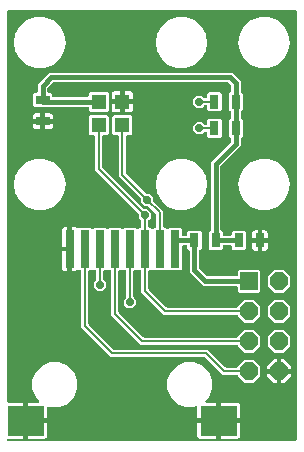
<source format=gbr>
G04 EAGLE Gerber RS-274X export*
G75*
%MOMM*%
%FSLAX34Y34*%
%LPD*%
%INTop Copper*%
%IPPOS*%
%AMOC8*
5,1,8,0,0,1.08239X$1,22.5*%
G01*
%ADD10R,1.200000X0.800000*%
%ADD11R,0.800000X1.200000*%
%ADD12R,0.800000X3.200000*%
%ADD13R,3.120000X2.540000*%
%ADD14R,1.524000X1.524000*%
%ADD15P,1.649562X8X292.500000*%
%ADD16R,1.300000X1.300000*%
%ADD17C,0.406400*%
%ADD18P,0.654629X8X22.500000*%
%ADD19C,0.203200*%

G36*
X246502Y2549D02*
X246502Y2549D01*
X246560Y2547D01*
X246642Y2569D01*
X246726Y2581D01*
X246779Y2604D01*
X246835Y2619D01*
X246908Y2662D01*
X246985Y2697D01*
X247030Y2735D01*
X247080Y2764D01*
X247138Y2826D01*
X247202Y2880D01*
X247234Y2929D01*
X247274Y2972D01*
X247313Y3047D01*
X247360Y3117D01*
X247377Y3173D01*
X247404Y3225D01*
X247415Y3293D01*
X247445Y3388D01*
X247448Y3488D01*
X247459Y3556D01*
X247459Y366444D01*
X247451Y366502D01*
X247453Y366560D01*
X247431Y366642D01*
X247419Y366726D01*
X247396Y366779D01*
X247381Y366835D01*
X247338Y366908D01*
X247303Y366985D01*
X247265Y367030D01*
X247236Y367080D01*
X247174Y367138D01*
X247120Y367202D01*
X247071Y367234D01*
X247028Y367274D01*
X246953Y367313D01*
X246883Y367360D01*
X246827Y367377D01*
X246775Y367404D01*
X246707Y367415D01*
X246612Y367445D01*
X246512Y367448D01*
X246444Y367459D01*
X3556Y367459D01*
X3498Y367451D01*
X3440Y367453D01*
X3358Y367431D01*
X3274Y367419D01*
X3221Y367396D01*
X3165Y367381D01*
X3092Y367338D01*
X3015Y367303D01*
X2970Y367265D01*
X2920Y367236D01*
X2862Y367174D01*
X2798Y367120D01*
X2766Y367071D01*
X2726Y367028D01*
X2687Y366953D01*
X2640Y366883D01*
X2623Y366827D01*
X2596Y366775D01*
X2585Y366707D01*
X2555Y366612D01*
X2552Y366512D01*
X2541Y366444D01*
X2541Y36256D01*
X2549Y36198D01*
X2547Y36140D01*
X2569Y36058D01*
X2581Y35974D01*
X2604Y35921D01*
X2619Y35865D01*
X2662Y35792D01*
X2697Y35715D01*
X2735Y35670D01*
X2764Y35620D01*
X2826Y35562D01*
X2880Y35498D01*
X2929Y35466D01*
X2972Y35426D01*
X3047Y35387D01*
X3117Y35340D01*
X3173Y35323D01*
X3225Y35296D01*
X3293Y35285D01*
X3388Y35255D01*
X3488Y35252D01*
X3556Y35241D01*
X16269Y35241D01*
X16269Y21016D01*
X16277Y20958D01*
X16275Y20900D01*
X16297Y20818D01*
X16309Y20735D01*
X16333Y20681D01*
X16347Y20625D01*
X16390Y20552D01*
X16425Y20475D01*
X16463Y20431D01*
X16493Y20380D01*
X16554Y20323D01*
X16609Y20258D01*
X16657Y20226D01*
X16700Y20186D01*
X16775Y20147D01*
X16845Y20101D01*
X16901Y20083D01*
X16953Y20056D01*
X17021Y20045D01*
X17116Y20015D01*
X17216Y20012D01*
X17284Y20001D01*
X18301Y20001D01*
X18301Y19999D01*
X17284Y19999D01*
X17226Y19991D01*
X17168Y19992D01*
X17086Y19971D01*
X17003Y19959D01*
X16949Y19935D01*
X16893Y19921D01*
X16820Y19878D01*
X16743Y19843D01*
X16698Y19805D01*
X16648Y19775D01*
X16590Y19714D01*
X16526Y19659D01*
X16494Y19611D01*
X16454Y19568D01*
X16415Y19493D01*
X16369Y19423D01*
X16351Y19367D01*
X16324Y19315D01*
X16313Y19247D01*
X16283Y19152D01*
X16280Y19052D01*
X16269Y18984D01*
X16269Y4759D01*
X3556Y4759D01*
X3498Y4751D01*
X3440Y4753D01*
X3358Y4731D01*
X3274Y4719D01*
X3221Y4696D01*
X3165Y4681D01*
X3092Y4638D01*
X3015Y4603D01*
X2970Y4565D01*
X2920Y4536D01*
X2862Y4474D01*
X2798Y4420D01*
X2766Y4371D01*
X2726Y4328D01*
X2687Y4253D01*
X2640Y4183D01*
X2623Y4127D01*
X2596Y4075D01*
X2585Y4007D01*
X2555Y3912D01*
X2552Y3812D01*
X2541Y3744D01*
X2541Y3556D01*
X2549Y3498D01*
X2547Y3440D01*
X2569Y3358D01*
X2581Y3274D01*
X2604Y3221D01*
X2619Y3165D01*
X2662Y3092D01*
X2697Y3015D01*
X2735Y2970D01*
X2764Y2920D01*
X2826Y2862D01*
X2880Y2798D01*
X2929Y2766D01*
X2972Y2726D01*
X3047Y2687D01*
X3117Y2640D01*
X3173Y2623D01*
X3225Y2596D01*
X3293Y2585D01*
X3388Y2555D01*
X3488Y2552D01*
X3556Y2541D01*
X246444Y2541D01*
X246502Y2549D01*
G37*
%LPC*%
G36*
X203302Y52247D02*
X203302Y52247D01*
X197639Y57909D01*
X197641Y57952D01*
X197619Y58034D01*
X197607Y58118D01*
X197584Y58171D01*
X197569Y58227D01*
X197526Y58300D01*
X197491Y58377D01*
X197453Y58422D01*
X197424Y58472D01*
X197362Y58530D01*
X197308Y58594D01*
X197259Y58626D01*
X197216Y58666D01*
X197141Y58705D01*
X197071Y58752D01*
X197015Y58769D01*
X196963Y58796D01*
X196895Y58807D01*
X196800Y58837D01*
X196700Y58840D01*
X196632Y58851D01*
X184837Y58851D01*
X170035Y73654D01*
X169965Y73706D01*
X169901Y73766D01*
X169851Y73792D01*
X169807Y73825D01*
X169726Y73856D01*
X169648Y73896D01*
X169600Y73904D01*
X169542Y73926D01*
X169394Y73938D01*
X169317Y73951D01*
X90054Y73951D01*
X87970Y76034D01*
X87970Y76035D01*
X67285Y96720D01*
X67284Y96721D01*
X65201Y98804D01*
X65201Y146152D01*
X65193Y146210D01*
X65195Y146268D01*
X65173Y146350D01*
X65161Y146434D01*
X65138Y146487D01*
X65123Y146543D01*
X65080Y146616D01*
X65045Y146693D01*
X65007Y146738D01*
X64978Y146788D01*
X64916Y146846D01*
X64862Y146910D01*
X64813Y146942D01*
X64770Y146982D01*
X64695Y147021D01*
X64625Y147068D01*
X64569Y147085D01*
X64517Y147112D01*
X64449Y147123D01*
X64354Y147153D01*
X64254Y147156D01*
X64186Y147167D01*
X63408Y147167D01*
X62977Y147598D01*
X62930Y147633D01*
X62890Y147676D01*
X62817Y147718D01*
X62750Y147769D01*
X62695Y147790D01*
X62645Y147820D01*
X62563Y147840D01*
X62484Y147870D01*
X62426Y147875D01*
X62369Y147890D01*
X62285Y147887D01*
X62201Y147894D01*
X62144Y147882D01*
X62085Y147881D01*
X62005Y147855D01*
X61922Y147838D01*
X61870Y147811D01*
X61815Y147793D01*
X61758Y147753D01*
X61670Y147707D01*
X61598Y147638D01*
X61541Y147598D01*
X61110Y147167D01*
X60531Y146832D01*
X59884Y146659D01*
X57549Y146659D01*
X57549Y164216D01*
X57541Y164274D01*
X57543Y164332D01*
X57521Y164414D01*
X57509Y164497D01*
X57486Y164551D01*
X57471Y164607D01*
X57428Y164680D01*
X57393Y164757D01*
X57355Y164801D01*
X57326Y164852D01*
X57264Y164909D01*
X57210Y164974D01*
X57161Y165006D01*
X57118Y165046D01*
X57043Y165085D01*
X56973Y165131D01*
X56917Y165149D01*
X56865Y165176D01*
X56797Y165187D01*
X56755Y165200D01*
X56816Y165209D01*
X56869Y165233D01*
X56925Y165247D01*
X56998Y165291D01*
X57075Y165325D01*
X57120Y165363D01*
X57170Y165393D01*
X57228Y165454D01*
X57292Y165509D01*
X57324Y165557D01*
X57364Y165600D01*
X57403Y165675D01*
X57450Y165745D01*
X57467Y165801D01*
X57494Y165853D01*
X57505Y165921D01*
X57535Y166016D01*
X57538Y166116D01*
X57549Y166184D01*
X57549Y183741D01*
X59884Y183741D01*
X60531Y183568D01*
X61110Y183233D01*
X61541Y182802D01*
X61588Y182767D01*
X61628Y182724D01*
X61701Y182682D01*
X61768Y182631D01*
X61823Y182610D01*
X61874Y182580D01*
X61955Y182560D01*
X62034Y182530D01*
X62093Y182525D01*
X62149Y182510D01*
X62233Y182513D01*
X62317Y182506D01*
X62375Y182518D01*
X62433Y182519D01*
X62514Y182545D01*
X62596Y182562D01*
X62648Y182589D01*
X62704Y182607D01*
X62760Y182647D01*
X62849Y182693D01*
X62921Y182762D01*
X62977Y182802D01*
X63408Y183233D01*
X73092Y183233D01*
X73882Y182443D01*
X73929Y182408D01*
X73969Y182365D01*
X74042Y182322D01*
X74109Y182272D01*
X74164Y182251D01*
X74214Y182221D01*
X74296Y182201D01*
X74375Y182170D01*
X74433Y182166D01*
X74490Y182151D01*
X74574Y182154D01*
X74658Y182147D01*
X74716Y182158D01*
X74774Y182160D01*
X74854Y182186D01*
X74937Y182203D01*
X74989Y182230D01*
X75045Y182248D01*
X75101Y182288D01*
X75189Y182334D01*
X75262Y182402D01*
X75318Y182443D01*
X76108Y183233D01*
X85792Y183233D01*
X86582Y182443D01*
X86629Y182408D01*
X86669Y182365D01*
X86742Y182322D01*
X86809Y182272D01*
X86864Y182251D01*
X86914Y182221D01*
X86996Y182201D01*
X87075Y182170D01*
X87133Y182166D01*
X87190Y182151D01*
X87274Y182154D01*
X87358Y182147D01*
X87416Y182158D01*
X87474Y182160D01*
X87554Y182186D01*
X87637Y182203D01*
X87689Y182230D01*
X87745Y182248D01*
X87801Y182288D01*
X87889Y182334D01*
X87962Y182402D01*
X88018Y182443D01*
X88808Y183233D01*
X98492Y183233D01*
X99282Y182443D01*
X99329Y182408D01*
X99369Y182365D01*
X99442Y182322D01*
X99509Y182272D01*
X99564Y182251D01*
X99614Y182221D01*
X99696Y182201D01*
X99775Y182170D01*
X99833Y182166D01*
X99890Y182151D01*
X99974Y182154D01*
X100058Y182147D01*
X100116Y182158D01*
X100174Y182160D01*
X100254Y182186D01*
X100337Y182203D01*
X100389Y182230D01*
X100445Y182248D01*
X100501Y182288D01*
X100589Y182334D01*
X100662Y182402D01*
X100718Y182443D01*
X101508Y183233D01*
X111192Y183233D01*
X111982Y182443D01*
X112029Y182408D01*
X112069Y182365D01*
X112142Y182322D01*
X112209Y182272D01*
X112264Y182251D01*
X112314Y182221D01*
X112396Y182201D01*
X112475Y182170D01*
X112533Y182166D01*
X112590Y182151D01*
X112674Y182154D01*
X112758Y182147D01*
X112816Y182158D01*
X112874Y182160D01*
X112954Y182186D01*
X113037Y182203D01*
X113089Y182230D01*
X113145Y182248D01*
X113201Y182288D01*
X113289Y182334D01*
X113362Y182402D01*
X113418Y182443D01*
X114208Y183233D01*
X114986Y183233D01*
X115044Y183241D01*
X115102Y183239D01*
X115184Y183261D01*
X115268Y183273D01*
X115321Y183296D01*
X115377Y183311D01*
X115450Y183354D01*
X115527Y183389D01*
X115572Y183427D01*
X115622Y183456D01*
X115680Y183518D01*
X115744Y183572D01*
X115776Y183621D01*
X115816Y183664D01*
X115855Y183739D01*
X115902Y183809D01*
X115919Y183865D01*
X115946Y183917D01*
X115957Y183985D01*
X115987Y184080D01*
X115990Y184180D01*
X116001Y184248D01*
X116001Y189427D01*
X115989Y189514D01*
X115986Y189601D01*
X115969Y189654D01*
X115961Y189708D01*
X115926Y189788D01*
X115899Y189871D01*
X115871Y189911D01*
X115845Y189968D01*
X115749Y190081D01*
X115704Y190145D01*
X113993Y191855D01*
X113993Y194275D01*
X113981Y194361D01*
X113978Y194449D01*
X113961Y194501D01*
X113953Y194556D01*
X113918Y194636D01*
X113891Y194719D01*
X113863Y194758D01*
X113837Y194816D01*
X113741Y194929D01*
X113696Y194993D01*
X76951Y231737D01*
X76951Y260452D01*
X76944Y260504D01*
X76945Y260531D01*
X76944Y260534D01*
X76945Y260568D01*
X76923Y260650D01*
X76911Y260734D01*
X76888Y260787D01*
X76873Y260843D01*
X76830Y260916D01*
X76795Y260993D01*
X76757Y261038D01*
X76728Y261088D01*
X76666Y261146D01*
X76612Y261210D01*
X76563Y261242D01*
X76520Y261282D01*
X76445Y261321D01*
X76375Y261368D01*
X76319Y261385D01*
X76267Y261412D01*
X76199Y261423D01*
X76104Y261453D01*
X76004Y261456D01*
X75936Y261467D01*
X72658Y261467D01*
X71467Y262658D01*
X71467Y277342D01*
X72658Y278533D01*
X87342Y278533D01*
X88533Y277342D01*
X88533Y262658D01*
X87342Y261467D01*
X84064Y261467D01*
X84006Y261459D01*
X83948Y261461D01*
X83866Y261439D01*
X83782Y261427D01*
X83729Y261404D01*
X83673Y261389D01*
X83600Y261346D01*
X83523Y261311D01*
X83478Y261273D01*
X83428Y261244D01*
X83370Y261182D01*
X83306Y261128D01*
X83274Y261079D01*
X83234Y261036D01*
X83195Y260961D01*
X83148Y260891D01*
X83131Y260835D01*
X83104Y260783D01*
X83093Y260715D01*
X83063Y260620D01*
X83060Y260520D01*
X83049Y260452D01*
X83049Y234683D01*
X83061Y234597D01*
X83064Y234509D01*
X83081Y234457D01*
X83089Y234402D01*
X83124Y234322D01*
X83151Y234239D01*
X83179Y234200D01*
X83205Y234142D01*
X83301Y234029D01*
X83346Y233965D01*
X118007Y199304D01*
X118077Y199252D01*
X118141Y199192D01*
X118191Y199166D01*
X118235Y199133D01*
X118316Y199102D01*
X118394Y199062D01*
X118442Y199054D01*
X118500Y199032D01*
X118648Y199020D01*
X118725Y199007D01*
X121145Y199007D01*
X124107Y196045D01*
X124107Y191855D01*
X122396Y190145D01*
X122344Y190075D01*
X122284Y190011D01*
X122258Y189962D01*
X122225Y189918D01*
X122194Y189836D01*
X122154Y189758D01*
X122146Y189710D01*
X122124Y189652D01*
X122112Y189504D01*
X122099Y189427D01*
X122099Y184248D01*
X122106Y184194D01*
X122105Y184154D01*
X122106Y184152D01*
X122105Y184132D01*
X122127Y184050D01*
X122139Y183966D01*
X122162Y183913D01*
X122177Y183857D01*
X122220Y183784D01*
X122255Y183707D01*
X122293Y183662D01*
X122322Y183612D01*
X122384Y183554D01*
X122438Y183490D01*
X122487Y183458D01*
X122530Y183418D01*
X122605Y183379D01*
X122675Y183332D01*
X122731Y183315D01*
X122783Y183288D01*
X122851Y183277D01*
X122946Y183247D01*
X123046Y183244D01*
X123114Y183233D01*
X123892Y183233D01*
X124682Y182443D01*
X124729Y182408D01*
X124769Y182365D01*
X124842Y182322D01*
X124909Y182272D01*
X124964Y182251D01*
X125014Y182221D01*
X125096Y182201D01*
X125175Y182170D01*
X125233Y182166D01*
X125290Y182151D01*
X125374Y182154D01*
X125458Y182147D01*
X125516Y182158D01*
X125574Y182160D01*
X125654Y182186D01*
X125737Y182203D01*
X125789Y182230D01*
X125845Y182248D01*
X125901Y182288D01*
X125989Y182334D01*
X126062Y182402D01*
X126118Y182443D01*
X126908Y183233D01*
X127686Y183233D01*
X127744Y183241D01*
X127802Y183239D01*
X127884Y183261D01*
X127968Y183273D01*
X128021Y183296D01*
X128077Y183311D01*
X128150Y183354D01*
X128227Y183389D01*
X128272Y183427D01*
X128322Y183456D01*
X128380Y183518D01*
X128444Y183572D01*
X128476Y183621D01*
X128516Y183664D01*
X128555Y183739D01*
X128602Y183809D01*
X128619Y183865D01*
X128646Y183917D01*
X128657Y183985D01*
X128687Y184080D01*
X128690Y184180D01*
X128701Y184248D01*
X128701Y194567D01*
X128689Y194653D01*
X128686Y194741D01*
X128669Y194793D01*
X128661Y194848D01*
X128626Y194928D01*
X128599Y195011D01*
X128571Y195050D01*
X128545Y195108D01*
X128449Y195221D01*
X128404Y195285D01*
X122043Y201646D01*
X121973Y201698D01*
X121909Y201758D01*
X121859Y201784D01*
X121815Y201817D01*
X121734Y201848D01*
X121656Y201888D01*
X121608Y201896D01*
X121550Y201918D01*
X121402Y201930D01*
X121325Y201943D01*
X118905Y201943D01*
X115943Y204905D01*
X115943Y207325D01*
X115931Y207411D01*
X115928Y207499D01*
X115911Y207551D01*
X115903Y207606D01*
X115868Y207686D01*
X115841Y207769D01*
X115813Y207808D01*
X115787Y207866D01*
X115691Y207979D01*
X115646Y208043D01*
X96951Y226737D01*
X96951Y260452D01*
X96944Y260504D01*
X96945Y260531D01*
X96944Y260534D01*
X96945Y260568D01*
X96923Y260650D01*
X96911Y260734D01*
X96888Y260787D01*
X96873Y260843D01*
X96830Y260916D01*
X96795Y260993D01*
X96757Y261038D01*
X96728Y261088D01*
X96666Y261146D01*
X96612Y261210D01*
X96563Y261242D01*
X96520Y261282D01*
X96445Y261321D01*
X96375Y261368D01*
X96319Y261385D01*
X96267Y261412D01*
X96199Y261423D01*
X96104Y261453D01*
X96004Y261456D01*
X95936Y261467D01*
X92658Y261467D01*
X91467Y262658D01*
X91467Y277342D01*
X92658Y278533D01*
X107342Y278533D01*
X108533Y277342D01*
X108533Y262658D01*
X107342Y261467D01*
X104064Y261467D01*
X104006Y261459D01*
X103948Y261461D01*
X103866Y261439D01*
X103782Y261427D01*
X103729Y261404D01*
X103673Y261389D01*
X103600Y261346D01*
X103523Y261311D01*
X103478Y261273D01*
X103428Y261244D01*
X103370Y261182D01*
X103306Y261128D01*
X103274Y261079D01*
X103234Y261036D01*
X103195Y260961D01*
X103148Y260891D01*
X103131Y260835D01*
X103104Y260783D01*
X103093Y260715D01*
X103063Y260620D01*
X103060Y260520D01*
X103049Y260452D01*
X103049Y229683D01*
X103061Y229597D01*
X103064Y229509D01*
X103081Y229457D01*
X103089Y229402D01*
X103124Y229322D01*
X103151Y229239D01*
X103179Y229200D01*
X103205Y229142D01*
X103301Y229029D01*
X103346Y228965D01*
X119957Y212354D01*
X120027Y212302D01*
X120091Y212242D01*
X120141Y212216D01*
X120185Y212183D01*
X120266Y212152D01*
X120344Y212112D01*
X120392Y212104D01*
X120450Y212082D01*
X120598Y212070D01*
X120675Y212057D01*
X123095Y212057D01*
X126057Y209095D01*
X126057Y206675D01*
X126069Y206589D01*
X126072Y206501D01*
X126089Y206449D01*
X126097Y206394D01*
X126132Y206314D01*
X126159Y206231D01*
X126187Y206192D01*
X126213Y206134D01*
X126309Y206021D01*
X126354Y205957D01*
X134799Y197513D01*
X134799Y184248D01*
X134806Y184194D01*
X134805Y184154D01*
X134806Y184152D01*
X134805Y184132D01*
X134827Y184050D01*
X134839Y183966D01*
X134862Y183913D01*
X134877Y183857D01*
X134920Y183784D01*
X134955Y183707D01*
X134993Y183662D01*
X135022Y183612D01*
X135084Y183554D01*
X135138Y183490D01*
X135187Y183458D01*
X135230Y183418D01*
X135305Y183379D01*
X135375Y183332D01*
X135431Y183315D01*
X135483Y183288D01*
X135551Y183277D01*
X135646Y183247D01*
X135746Y183244D01*
X135814Y183233D01*
X136592Y183233D01*
X137382Y182443D01*
X137429Y182408D01*
X137469Y182365D01*
X137542Y182322D01*
X137609Y182272D01*
X137664Y182251D01*
X137714Y182221D01*
X137796Y182201D01*
X137875Y182170D01*
X137933Y182166D01*
X137990Y182151D01*
X138074Y182154D01*
X138158Y182147D01*
X138216Y182158D01*
X138274Y182160D01*
X138354Y182186D01*
X138437Y182203D01*
X138489Y182230D01*
X138545Y182248D01*
X138601Y182288D01*
X138689Y182334D01*
X138762Y182402D01*
X138818Y182443D01*
X139608Y183233D01*
X149292Y183233D01*
X150483Y182042D01*
X150483Y177580D01*
X150491Y177522D01*
X150489Y177464D01*
X150511Y177382D01*
X150523Y177298D01*
X150546Y177245D01*
X150561Y177189D01*
X150604Y177116D01*
X150639Y177039D01*
X150677Y176994D01*
X150706Y176944D01*
X150768Y176886D01*
X150822Y176822D01*
X150871Y176790D01*
X150914Y176750D01*
X150989Y176711D01*
X151059Y176664D01*
X151115Y176647D01*
X151167Y176620D01*
X151235Y176609D01*
X151330Y176579D01*
X151430Y176576D01*
X151498Y176565D01*
X153952Y176565D01*
X154010Y176573D01*
X154068Y176571D01*
X154150Y176593D01*
X154234Y176605D01*
X154287Y176628D01*
X154343Y176643D01*
X154416Y176686D01*
X154493Y176721D01*
X154538Y176759D01*
X154588Y176788D01*
X154646Y176850D01*
X154710Y176904D01*
X154742Y176953D01*
X154782Y176996D01*
X154821Y177071D01*
X154868Y177141D01*
X154885Y177197D01*
X154912Y177249D01*
X154923Y177317D01*
X154953Y177412D01*
X154956Y177512D01*
X154967Y177580D01*
X154967Y179342D01*
X156158Y180533D01*
X165842Y180533D01*
X167033Y179342D01*
X167033Y165658D01*
X165803Y164428D01*
X165798Y164427D01*
X165745Y164404D01*
X165689Y164389D01*
X165616Y164346D01*
X165539Y164311D01*
X165494Y164273D01*
X165444Y164244D01*
X165386Y164182D01*
X165322Y164128D01*
X165290Y164079D01*
X165250Y164036D01*
X165211Y163961D01*
X165164Y163891D01*
X165147Y163835D01*
X165120Y163783D01*
X165109Y163715D01*
X165079Y163620D01*
X165076Y163520D01*
X165065Y163452D01*
X165065Y149403D01*
X165077Y149316D01*
X165080Y149229D01*
X165097Y149176D01*
X165105Y149121D01*
X165140Y149041D01*
X165167Y148958D01*
X165195Y148919D01*
X165221Y148862D01*
X165317Y148748D01*
X165362Y148685D01*
X171585Y142462D01*
X171654Y142410D01*
X171718Y142350D01*
X171768Y142324D01*
X171812Y142291D01*
X171894Y142260D01*
X171971Y142220D01*
X172019Y142212D01*
X172078Y142190D01*
X172225Y142178D01*
X172303Y142165D01*
X196632Y142165D01*
X196690Y142173D01*
X196748Y142171D01*
X196830Y142193D01*
X196914Y142205D01*
X196967Y142228D01*
X197023Y142243D01*
X197096Y142286D01*
X197173Y142321D01*
X197218Y142359D01*
X197268Y142388D01*
X197326Y142450D01*
X197390Y142504D01*
X197422Y142553D01*
X197462Y142596D01*
X197501Y142671D01*
X197548Y142741D01*
X197565Y142797D01*
X197592Y142849D01*
X197603Y142917D01*
X197633Y143012D01*
X197636Y143112D01*
X197647Y143180D01*
X197647Y146562D01*
X198838Y147753D01*
X215762Y147753D01*
X216953Y146562D01*
X216953Y129638D01*
X215762Y128447D01*
X198838Y128447D01*
X197647Y129638D01*
X197647Y133020D01*
X197639Y133078D01*
X197641Y133136D01*
X197619Y133218D01*
X197607Y133302D01*
X197584Y133355D01*
X197569Y133411D01*
X197526Y133484D01*
X197491Y133561D01*
X197453Y133606D01*
X197424Y133656D01*
X197362Y133714D01*
X197308Y133778D01*
X197259Y133810D01*
X197216Y133850D01*
X197141Y133889D01*
X197071Y133936D01*
X197015Y133953D01*
X196963Y133980D01*
X196895Y133991D01*
X196800Y134021D01*
X196700Y134024D01*
X196632Y134035D01*
X168515Y134035D01*
X156935Y145615D01*
X156935Y163452D01*
X156927Y163510D01*
X156929Y163568D01*
X156907Y163650D01*
X156895Y163734D01*
X156872Y163787D01*
X156857Y163843D01*
X156814Y163916D01*
X156779Y163993D01*
X156741Y164038D01*
X156712Y164088D01*
X156650Y164146D01*
X156596Y164210D01*
X156547Y164242D01*
X156504Y164282D01*
X156429Y164321D01*
X156359Y164368D01*
X156303Y164385D01*
X156251Y164412D01*
X156206Y164419D01*
X154967Y165658D01*
X154967Y167420D01*
X154959Y167478D01*
X154961Y167536D01*
X154939Y167618D01*
X154927Y167702D01*
X154904Y167755D01*
X154889Y167811D01*
X154846Y167884D01*
X154811Y167961D01*
X154773Y168006D01*
X154744Y168056D01*
X154682Y168114D01*
X154628Y168178D01*
X154579Y168210D01*
X154536Y168250D01*
X154461Y168289D01*
X154391Y168336D01*
X154335Y168353D01*
X154283Y168380D01*
X154215Y168391D01*
X154120Y168421D01*
X154020Y168424D01*
X153952Y168435D01*
X151498Y168435D01*
X151440Y168427D01*
X151382Y168429D01*
X151300Y168407D01*
X151216Y168395D01*
X151163Y168372D01*
X151107Y168357D01*
X151034Y168314D01*
X150957Y168279D01*
X150912Y168241D01*
X150862Y168212D01*
X150804Y168150D01*
X150740Y168096D01*
X150708Y168047D01*
X150668Y168004D01*
X150629Y167929D01*
X150582Y167859D01*
X150565Y167803D01*
X150538Y167751D01*
X150527Y167683D01*
X150497Y167588D01*
X150494Y167488D01*
X150483Y167420D01*
X150483Y148358D01*
X149292Y147167D01*
X139608Y147167D01*
X138818Y147957D01*
X138771Y147993D01*
X138731Y148035D01*
X138658Y148078D01*
X138591Y148128D01*
X138536Y148149D01*
X138486Y148179D01*
X138404Y148199D01*
X138325Y148230D01*
X138267Y148234D01*
X138210Y148249D01*
X138126Y148246D01*
X138042Y148253D01*
X137984Y148242D01*
X137926Y148240D01*
X137846Y148214D01*
X137763Y148197D01*
X137711Y148170D01*
X137655Y148152D01*
X137599Y148112D01*
X137511Y148066D01*
X137438Y147997D01*
X137382Y147957D01*
X136592Y147167D01*
X126908Y147167D01*
X126118Y147957D01*
X126071Y147993D01*
X126031Y148035D01*
X125958Y148078D01*
X125891Y148128D01*
X125836Y148149D01*
X125786Y148179D01*
X125704Y148199D01*
X125625Y148230D01*
X125567Y148234D01*
X125510Y148249D01*
X125426Y148246D01*
X125342Y148253D01*
X125284Y148242D01*
X125226Y148240D01*
X125146Y148214D01*
X125063Y148197D01*
X125011Y148170D01*
X124955Y148152D01*
X124899Y148112D01*
X124811Y148066D01*
X124738Y147997D01*
X124682Y147957D01*
X123892Y147167D01*
X123114Y147167D01*
X123056Y147159D01*
X122998Y147161D01*
X122916Y147139D01*
X122832Y147127D01*
X122779Y147104D01*
X122723Y147089D01*
X122650Y147046D01*
X122573Y147011D01*
X122528Y146973D01*
X122478Y146944D01*
X122420Y146882D01*
X122356Y146828D01*
X122324Y146779D01*
X122284Y146736D01*
X122245Y146661D01*
X122198Y146591D01*
X122181Y146535D01*
X122154Y146483D01*
X122143Y146415D01*
X122113Y146320D01*
X122110Y146220D01*
X122099Y146152D01*
X122099Y131709D01*
X122111Y131623D01*
X122114Y131535D01*
X122131Y131483D01*
X122139Y131428D01*
X122174Y131348D01*
X122201Y131265D01*
X122229Y131226D01*
X122255Y131169D01*
X122351Y131055D01*
X122396Y130992D01*
X137342Y116046D01*
X137411Y115994D01*
X137475Y115934D01*
X137525Y115908D01*
X137569Y115875D01*
X137650Y115844D01*
X137728Y115804D01*
X137776Y115796D01*
X137834Y115774D01*
X137982Y115762D01*
X138059Y115749D01*
X196632Y115749D01*
X196690Y115757D01*
X196748Y115755D01*
X196830Y115777D01*
X196914Y115789D01*
X196967Y115812D01*
X197023Y115827D01*
X197096Y115870D01*
X197173Y115905D01*
X197218Y115943D01*
X197268Y115972D01*
X197326Y116034D01*
X197390Y116088D01*
X197422Y116137D01*
X197462Y116180D01*
X197501Y116255D01*
X197548Y116325D01*
X197565Y116381D01*
X197592Y116433D01*
X197603Y116501D01*
X197633Y116596D01*
X197636Y116687D01*
X203302Y122353D01*
X211298Y122353D01*
X216953Y116698D01*
X216953Y108702D01*
X211298Y103047D01*
X203302Y103047D01*
X197639Y108709D01*
X197641Y108752D01*
X197619Y108834D01*
X197607Y108918D01*
X197584Y108971D01*
X197569Y109027D01*
X197526Y109100D01*
X197491Y109177D01*
X197453Y109222D01*
X197424Y109272D01*
X197362Y109330D01*
X197308Y109394D01*
X197259Y109426D01*
X197216Y109466D01*
X197141Y109505D01*
X197071Y109552D01*
X197015Y109569D01*
X196963Y109596D01*
X196895Y109607D01*
X196800Y109637D01*
X196700Y109640D01*
X196632Y109651D01*
X135113Y109651D01*
X116001Y128763D01*
X116001Y146152D01*
X115993Y146210D01*
X115995Y146268D01*
X115973Y146350D01*
X115961Y146434D01*
X115938Y146487D01*
X115923Y146543D01*
X115880Y146616D01*
X115845Y146693D01*
X115807Y146738D01*
X115778Y146788D01*
X115716Y146846D01*
X115662Y146910D01*
X115613Y146942D01*
X115570Y146982D01*
X115495Y147021D01*
X115425Y147068D01*
X115369Y147085D01*
X115317Y147112D01*
X115249Y147123D01*
X115154Y147153D01*
X115054Y147156D01*
X114986Y147167D01*
X114208Y147167D01*
X113418Y147957D01*
X113371Y147993D01*
X113331Y148035D01*
X113258Y148078D01*
X113191Y148128D01*
X113136Y148149D01*
X113086Y148179D01*
X113004Y148199D01*
X112925Y148230D01*
X112867Y148234D01*
X112810Y148249D01*
X112726Y148246D01*
X112642Y148253D01*
X112584Y148242D01*
X112526Y148240D01*
X112446Y148214D01*
X112363Y148197D01*
X112311Y148170D01*
X112255Y148152D01*
X112199Y148112D01*
X112111Y148066D01*
X112038Y147997D01*
X111982Y147957D01*
X111192Y147167D01*
X110414Y147167D01*
X110356Y147159D01*
X110298Y147161D01*
X110216Y147139D01*
X110132Y147127D01*
X110079Y147104D01*
X110023Y147089D01*
X109950Y147046D01*
X109873Y147011D01*
X109828Y146973D01*
X109778Y146944D01*
X109720Y146882D01*
X109656Y146828D01*
X109624Y146779D01*
X109584Y146736D01*
X109545Y146661D01*
X109498Y146591D01*
X109481Y146535D01*
X109454Y146483D01*
X109443Y146415D01*
X109413Y146320D01*
X109410Y146220D01*
X109399Y146152D01*
X109399Y124853D01*
X109411Y124767D01*
X109414Y124679D01*
X109431Y124627D01*
X109439Y124572D01*
X109474Y124492D01*
X109501Y124409D01*
X109529Y124370D01*
X109555Y124312D01*
X109651Y124199D01*
X109696Y124136D01*
X111407Y122425D01*
X111407Y118236D01*
X108445Y115274D01*
X104255Y115274D01*
X101293Y118236D01*
X101293Y122425D01*
X103004Y124136D01*
X103056Y124205D01*
X103116Y124269D01*
X103142Y124319D01*
X103175Y124363D01*
X103206Y124444D01*
X103246Y124522D01*
X103254Y124570D01*
X103276Y124628D01*
X103288Y124776D01*
X103301Y124853D01*
X103301Y146152D01*
X103293Y146210D01*
X103295Y146268D01*
X103273Y146350D01*
X103261Y146434D01*
X103238Y146487D01*
X103223Y146543D01*
X103180Y146616D01*
X103145Y146693D01*
X103107Y146738D01*
X103078Y146788D01*
X103016Y146846D01*
X102962Y146910D01*
X102913Y146942D01*
X102870Y146982D01*
X102795Y147021D01*
X102725Y147068D01*
X102669Y147085D01*
X102617Y147112D01*
X102549Y147123D01*
X102454Y147153D01*
X102354Y147156D01*
X102286Y147167D01*
X101508Y147167D01*
X100718Y147957D01*
X100671Y147993D01*
X100631Y148035D01*
X100558Y148078D01*
X100491Y148128D01*
X100436Y148149D01*
X100386Y148179D01*
X100304Y148199D01*
X100225Y148230D01*
X100167Y148234D01*
X100110Y148249D01*
X100026Y148246D01*
X99942Y148253D01*
X99884Y148242D01*
X99826Y148240D01*
X99746Y148214D01*
X99663Y148197D01*
X99611Y148170D01*
X99555Y148152D01*
X99499Y148112D01*
X99411Y148066D01*
X99338Y147997D01*
X99282Y147957D01*
X98492Y147167D01*
X97714Y147167D01*
X97656Y147159D01*
X97598Y147161D01*
X97516Y147139D01*
X97432Y147127D01*
X97379Y147104D01*
X97323Y147089D01*
X97250Y147046D01*
X97173Y147011D01*
X97128Y146973D01*
X97078Y146944D01*
X97020Y146882D01*
X96956Y146828D01*
X96924Y146779D01*
X96884Y146736D01*
X96845Y146661D01*
X96798Y146591D01*
X96781Y146535D01*
X96754Y146483D01*
X96743Y146415D01*
X96713Y146320D01*
X96710Y146220D01*
X96699Y146152D01*
X96699Y111975D01*
X96711Y111888D01*
X96714Y111801D01*
X96731Y111748D01*
X96739Y111693D01*
X96774Y111614D01*
X96801Y111530D01*
X96829Y111491D01*
X96855Y111434D01*
X96951Y111321D01*
X96996Y111257D01*
X117607Y90646D01*
X117677Y90594D01*
X117741Y90534D01*
X117790Y90508D01*
X117834Y90475D01*
X117916Y90444D01*
X117994Y90404D01*
X118041Y90396D01*
X118100Y90374D01*
X118248Y90362D01*
X118325Y90349D01*
X196632Y90349D01*
X196690Y90357D01*
X196748Y90355D01*
X196830Y90377D01*
X196914Y90389D01*
X196967Y90412D01*
X197023Y90427D01*
X197096Y90470D01*
X197173Y90505D01*
X197218Y90543D01*
X197268Y90572D01*
X197326Y90634D01*
X197390Y90688D01*
X197422Y90737D01*
X197462Y90780D01*
X197501Y90855D01*
X197548Y90925D01*
X197565Y90981D01*
X197592Y91033D01*
X197603Y91101D01*
X197633Y91196D01*
X197636Y91287D01*
X203302Y96953D01*
X211298Y96953D01*
X216953Y91298D01*
X216953Y83302D01*
X211298Y77647D01*
X203302Y77647D01*
X197639Y83309D01*
X197641Y83352D01*
X197619Y83434D01*
X197607Y83518D01*
X197584Y83571D01*
X197569Y83627D01*
X197526Y83700D01*
X197491Y83777D01*
X197453Y83822D01*
X197424Y83872D01*
X197362Y83930D01*
X197308Y83994D01*
X197259Y84026D01*
X197216Y84066D01*
X197141Y84105D01*
X197071Y84152D01*
X197015Y84169D01*
X196963Y84196D01*
X196895Y84207D01*
X196800Y84237D01*
X196700Y84240D01*
X196632Y84251D01*
X115379Y84251D01*
X90601Y109029D01*
X90601Y146152D01*
X90593Y146210D01*
X90595Y146268D01*
X90573Y146350D01*
X90561Y146434D01*
X90538Y146487D01*
X90523Y146543D01*
X90480Y146616D01*
X90445Y146693D01*
X90407Y146738D01*
X90378Y146788D01*
X90316Y146846D01*
X90262Y146910D01*
X90213Y146942D01*
X90170Y146982D01*
X90095Y147021D01*
X90025Y147068D01*
X89969Y147085D01*
X89917Y147112D01*
X89849Y147123D01*
X89754Y147153D01*
X89654Y147156D01*
X89586Y147167D01*
X88808Y147167D01*
X88018Y147957D01*
X87971Y147993D01*
X87931Y148035D01*
X87858Y148078D01*
X87791Y148128D01*
X87736Y148149D01*
X87686Y148179D01*
X87604Y148199D01*
X87525Y148230D01*
X87467Y148234D01*
X87410Y148249D01*
X87326Y148246D01*
X87242Y148253D01*
X87184Y148242D01*
X87126Y148240D01*
X87046Y148214D01*
X86963Y148197D01*
X86911Y148170D01*
X86855Y148152D01*
X86799Y148112D01*
X86711Y148066D01*
X86638Y147997D01*
X86582Y147957D01*
X85792Y147167D01*
X85014Y147167D01*
X84956Y147159D01*
X84898Y147161D01*
X84816Y147139D01*
X84732Y147127D01*
X84679Y147104D01*
X84623Y147089D01*
X84550Y147046D01*
X84473Y147011D01*
X84428Y146973D01*
X84378Y146944D01*
X84320Y146882D01*
X84256Y146828D01*
X84224Y146779D01*
X84184Y146736D01*
X84145Y146661D01*
X84098Y146591D01*
X84081Y146535D01*
X84054Y146483D01*
X84043Y146415D01*
X84013Y146320D01*
X84010Y146220D01*
X83999Y146152D01*
X83999Y139523D01*
X84011Y139436D01*
X84014Y139349D01*
X84031Y139296D01*
X84039Y139242D01*
X84074Y139162D01*
X84101Y139079D01*
X84129Y139039D01*
X84155Y138982D01*
X84251Y138869D01*
X84296Y138805D01*
X86007Y137095D01*
X86007Y132905D01*
X83045Y129943D01*
X78855Y129943D01*
X75893Y132905D01*
X75893Y137095D01*
X77604Y138805D01*
X77656Y138875D01*
X77716Y138939D01*
X77742Y138988D01*
X77775Y139032D01*
X77806Y139114D01*
X77846Y139192D01*
X77854Y139239D01*
X77876Y139298D01*
X77887Y139431D01*
X77887Y139432D01*
X77887Y139435D01*
X77888Y139446D01*
X77901Y139523D01*
X77901Y146152D01*
X77893Y146210D01*
X77895Y146268D01*
X77873Y146350D01*
X77861Y146434D01*
X77838Y146487D01*
X77823Y146543D01*
X77780Y146616D01*
X77745Y146693D01*
X77707Y146738D01*
X77678Y146788D01*
X77616Y146846D01*
X77562Y146910D01*
X77513Y146942D01*
X77470Y146982D01*
X77395Y147021D01*
X77325Y147068D01*
X77269Y147085D01*
X77217Y147112D01*
X77149Y147123D01*
X77054Y147153D01*
X76954Y147156D01*
X76886Y147167D01*
X76108Y147167D01*
X75318Y147957D01*
X75271Y147993D01*
X75231Y148035D01*
X75158Y148078D01*
X75091Y148128D01*
X75036Y148149D01*
X74986Y148179D01*
X74904Y148199D01*
X74825Y148230D01*
X74767Y148234D01*
X74710Y148249D01*
X74626Y148246D01*
X74542Y148253D01*
X74484Y148242D01*
X74426Y148240D01*
X74346Y148214D01*
X74263Y148197D01*
X74211Y148170D01*
X74155Y148152D01*
X74099Y148112D01*
X74011Y148066D01*
X73938Y147997D01*
X73882Y147957D01*
X73092Y147167D01*
X72314Y147167D01*
X72256Y147159D01*
X72198Y147161D01*
X72116Y147139D01*
X72032Y147127D01*
X71979Y147104D01*
X71923Y147089D01*
X71850Y147046D01*
X71773Y147011D01*
X71728Y146973D01*
X71678Y146944D01*
X71620Y146882D01*
X71556Y146828D01*
X71524Y146779D01*
X71484Y146736D01*
X71445Y146661D01*
X71398Y146591D01*
X71381Y146535D01*
X71354Y146483D01*
X71343Y146415D01*
X71313Y146320D01*
X71310Y146220D01*
X71299Y146152D01*
X71299Y101750D01*
X71311Y101663D01*
X71314Y101576D01*
X71331Y101523D01*
X71339Y101468D01*
X71374Y101388D01*
X71401Y101305D01*
X71429Y101266D01*
X71455Y101209D01*
X71551Y101096D01*
X71596Y101032D01*
X92282Y80346D01*
X92352Y80294D01*
X92416Y80234D01*
X92465Y80208D01*
X92509Y80175D01*
X92591Y80144D01*
X92669Y80104D01*
X92716Y80096D01*
X92775Y80074D01*
X92922Y80062D01*
X93000Y80049D01*
X172263Y80049D01*
X187065Y65246D01*
X187135Y65194D01*
X187199Y65134D01*
X187249Y65108D01*
X187293Y65075D01*
X187374Y65044D01*
X187452Y65004D01*
X187500Y64996D01*
X187558Y64974D01*
X187706Y64962D01*
X187783Y64949D01*
X196632Y64949D01*
X196690Y64957D01*
X196748Y64955D01*
X196830Y64977D01*
X196914Y64989D01*
X196967Y65012D01*
X197023Y65027D01*
X197096Y65070D01*
X197173Y65105D01*
X197218Y65143D01*
X197268Y65172D01*
X197326Y65234D01*
X197390Y65288D01*
X197422Y65337D01*
X197462Y65380D01*
X197501Y65455D01*
X197548Y65525D01*
X197565Y65581D01*
X197592Y65633D01*
X197603Y65701D01*
X197633Y65796D01*
X197636Y65887D01*
X203302Y71553D01*
X211298Y71553D01*
X216953Y65898D01*
X216953Y57902D01*
X211298Y52247D01*
X203302Y52247D01*
G37*
%LPD*%
%LPC*%
G36*
X174158Y164467D02*
X174158Y164467D01*
X172967Y165658D01*
X172967Y179342D01*
X174197Y180572D01*
X174202Y180573D01*
X174255Y180596D01*
X174311Y180611D01*
X174384Y180654D01*
X174461Y180689D01*
X174506Y180727D01*
X174556Y180756D01*
X174614Y180818D01*
X174678Y180872D01*
X174710Y180921D01*
X174750Y180964D01*
X174789Y181039D01*
X174836Y181109D01*
X174853Y181165D01*
X174880Y181217D01*
X174891Y181285D01*
X174921Y181380D01*
X174924Y181480D01*
X174935Y181548D01*
X174935Y238807D01*
X177614Y241485D01*
X191638Y255509D01*
X191690Y255579D01*
X191750Y255643D01*
X191776Y255692D01*
X191809Y255737D01*
X191840Y255818D01*
X191880Y255896D01*
X191888Y255944D01*
X191910Y256002D01*
X191922Y256150D01*
X191935Y256227D01*
X191935Y258452D01*
X191929Y258499D01*
X191929Y258500D01*
X191928Y258501D01*
X191927Y258510D01*
X191929Y258568D01*
X191907Y258650D01*
X191895Y258734D01*
X191872Y258787D01*
X191857Y258843D01*
X191814Y258916D01*
X191779Y258993D01*
X191741Y259038D01*
X191712Y259088D01*
X191650Y259146D01*
X191596Y259210D01*
X191547Y259242D01*
X191504Y259282D01*
X191429Y259321D01*
X191359Y259368D01*
X191303Y259385D01*
X191251Y259412D01*
X191206Y259419D01*
X189967Y260658D01*
X189967Y274342D01*
X191197Y275572D01*
X191202Y275573D01*
X191255Y275596D01*
X191311Y275611D01*
X191384Y275654D01*
X191461Y275689D01*
X191506Y275727D01*
X191556Y275756D01*
X191614Y275818D01*
X191678Y275872D01*
X191710Y275921D01*
X191750Y275964D01*
X191789Y276039D01*
X191836Y276109D01*
X191853Y276165D01*
X191880Y276217D01*
X191891Y276285D01*
X191921Y276380D01*
X191924Y276480D01*
X191935Y276548D01*
X191935Y280952D01*
X191927Y281010D01*
X191929Y281068D01*
X191907Y281150D01*
X191895Y281234D01*
X191872Y281287D01*
X191857Y281343D01*
X191814Y281416D01*
X191779Y281493D01*
X191741Y281538D01*
X191712Y281588D01*
X191650Y281646D01*
X191596Y281710D01*
X191547Y281742D01*
X191504Y281782D01*
X191429Y281821D01*
X191359Y281868D01*
X191303Y281885D01*
X191251Y281912D01*
X191206Y281919D01*
X189967Y283158D01*
X189967Y296842D01*
X191197Y298072D01*
X191202Y298073D01*
X191255Y298096D01*
X191311Y298111D01*
X191384Y298154D01*
X191461Y298189D01*
X191506Y298227D01*
X191556Y298256D01*
X191614Y298318D01*
X191678Y298372D01*
X191710Y298421D01*
X191750Y298464D01*
X191789Y298539D01*
X191836Y298609D01*
X191853Y298665D01*
X191880Y298717D01*
X191891Y298785D01*
X191921Y298880D01*
X191924Y298980D01*
X191935Y299048D01*
X191935Y303396D01*
X191923Y303482D01*
X191920Y303570D01*
X191903Y303622D01*
X191895Y303677D01*
X191860Y303757D01*
X191833Y303840D01*
X191805Y303880D01*
X191779Y303937D01*
X191683Y304050D01*
X191638Y304114D01*
X189614Y306138D01*
X189544Y306190D01*
X189480Y306250D01*
X189431Y306276D01*
X189386Y306309D01*
X189305Y306340D01*
X189227Y306380D01*
X189179Y306388D01*
X189121Y306410D01*
X188973Y306422D01*
X188896Y306435D01*
X41640Y306435D01*
X41553Y306423D01*
X41466Y306420D01*
X41413Y306403D01*
X41358Y306395D01*
X41278Y306360D01*
X41195Y306333D01*
X41156Y306305D01*
X41099Y306279D01*
X40986Y306183D01*
X40922Y306138D01*
X36862Y302078D01*
X36810Y302008D01*
X36750Y301944D01*
X36724Y301895D01*
X36691Y301851D01*
X36660Y301769D01*
X36620Y301691D01*
X36612Y301644D01*
X36590Y301585D01*
X36578Y301438D01*
X36565Y301360D01*
X36565Y298548D01*
X36573Y298490D01*
X36571Y298432D01*
X36593Y298350D01*
X36605Y298266D01*
X36628Y298213D01*
X36643Y298157D01*
X36686Y298084D01*
X36721Y298007D01*
X36759Y297962D01*
X36788Y297912D01*
X36850Y297854D01*
X36904Y297790D01*
X36953Y297758D01*
X36996Y297718D01*
X37071Y297679D01*
X37141Y297632D01*
X37197Y297615D01*
X37249Y297588D01*
X37317Y297577D01*
X37412Y297547D01*
X37512Y297544D01*
X37580Y297533D01*
X39342Y297533D01*
X40533Y296342D01*
X40533Y295080D01*
X40541Y295022D01*
X40539Y294964D01*
X40561Y294882D01*
X40573Y294798D01*
X40596Y294745D01*
X40611Y294689D01*
X40654Y294616D01*
X40689Y294539D01*
X40727Y294494D01*
X40756Y294444D01*
X40818Y294386D01*
X40872Y294322D01*
X40921Y294290D01*
X40964Y294250D01*
X41039Y294211D01*
X41109Y294164D01*
X41165Y294147D01*
X41217Y294120D01*
X41285Y294109D01*
X41380Y294079D01*
X41480Y294076D01*
X41548Y294065D01*
X70452Y294065D01*
X70510Y294073D01*
X70568Y294071D01*
X70650Y294093D01*
X70734Y294105D01*
X70787Y294128D01*
X70843Y294143D01*
X70916Y294186D01*
X70993Y294221D01*
X71038Y294259D01*
X71088Y294288D01*
X71146Y294350D01*
X71210Y294404D01*
X71242Y294453D01*
X71282Y294496D01*
X71321Y294571D01*
X71368Y294641D01*
X71385Y294697D01*
X71412Y294749D01*
X71423Y294817D01*
X71453Y294912D01*
X71456Y295012D01*
X71467Y295080D01*
X71467Y297342D01*
X72658Y298533D01*
X87342Y298533D01*
X88533Y297342D01*
X88533Y282658D01*
X87342Y281467D01*
X72658Y281467D01*
X71467Y282658D01*
X71467Y284920D01*
X71459Y284978D01*
X71461Y285036D01*
X71439Y285118D01*
X71427Y285202D01*
X71404Y285255D01*
X71389Y285311D01*
X71346Y285384D01*
X71311Y285461D01*
X71273Y285506D01*
X71244Y285556D01*
X71182Y285614D01*
X71128Y285678D01*
X71079Y285710D01*
X71036Y285750D01*
X70961Y285789D01*
X70891Y285836D01*
X70835Y285853D01*
X70783Y285880D01*
X70715Y285891D01*
X70620Y285921D01*
X70520Y285924D01*
X70452Y285935D01*
X40230Y285935D01*
X40144Y285923D01*
X40056Y285920D01*
X40004Y285903D01*
X39949Y285895D01*
X39869Y285860D01*
X39786Y285833D01*
X39747Y285805D01*
X39690Y285779D01*
X39576Y285683D01*
X39513Y285638D01*
X39342Y285467D01*
X25658Y285467D01*
X24467Y286658D01*
X24467Y296342D01*
X25658Y297533D01*
X27420Y297533D01*
X27478Y297541D01*
X27536Y297539D01*
X27618Y297561D01*
X27702Y297573D01*
X27755Y297596D01*
X27811Y297611D01*
X27884Y297654D01*
X27961Y297689D01*
X28006Y297727D01*
X28056Y297756D01*
X28114Y297818D01*
X28178Y297872D01*
X28210Y297921D01*
X28250Y297964D01*
X28289Y298039D01*
X28336Y298109D01*
X28353Y298165D01*
X28380Y298217D01*
X28391Y298285D01*
X28421Y298380D01*
X28424Y298480D01*
X28435Y298548D01*
X28435Y305148D01*
X37852Y314565D01*
X192684Y314565D01*
X200065Y307184D01*
X200065Y299048D01*
X200073Y298990D01*
X200071Y298932D01*
X200093Y298850D01*
X200105Y298766D01*
X200128Y298713D01*
X200143Y298657D01*
X200186Y298584D01*
X200221Y298507D01*
X200259Y298462D01*
X200288Y298412D01*
X200350Y298354D01*
X200404Y298290D01*
X200453Y298258D01*
X200496Y298218D01*
X200571Y298179D01*
X200641Y298132D01*
X200697Y298115D01*
X200749Y298088D01*
X200794Y298081D01*
X202033Y296842D01*
X202033Y283158D01*
X200803Y281928D01*
X200798Y281927D01*
X200745Y281904D01*
X200689Y281889D01*
X200616Y281846D01*
X200539Y281811D01*
X200494Y281773D01*
X200444Y281744D01*
X200386Y281682D01*
X200322Y281628D01*
X200290Y281579D01*
X200250Y281536D01*
X200211Y281461D01*
X200164Y281391D01*
X200147Y281335D01*
X200120Y281283D01*
X200109Y281215D01*
X200079Y281120D01*
X200076Y281020D01*
X200065Y280952D01*
X200065Y276548D01*
X200073Y276490D01*
X200071Y276432D01*
X200093Y276350D01*
X200105Y276266D01*
X200128Y276213D01*
X200143Y276157D01*
X200186Y276084D01*
X200221Y276007D01*
X200259Y275962D01*
X200288Y275912D01*
X200350Y275854D01*
X200404Y275790D01*
X200453Y275758D01*
X200496Y275718D01*
X200571Y275679D01*
X200641Y275632D01*
X200697Y275615D01*
X200749Y275588D01*
X200794Y275581D01*
X202033Y274342D01*
X202033Y260658D01*
X200803Y259428D01*
X200798Y259427D01*
X200745Y259404D01*
X200689Y259389D01*
X200616Y259346D01*
X200539Y259311D01*
X200494Y259273D01*
X200444Y259244D01*
X200386Y259182D01*
X200322Y259128D01*
X200290Y259079D01*
X200250Y259036D01*
X200211Y258961D01*
X200164Y258891D01*
X200147Y258835D01*
X200120Y258783D01*
X200109Y258715D01*
X200079Y258620D01*
X200076Y258520D01*
X200065Y258452D01*
X200065Y252439D01*
X197386Y249761D01*
X183362Y235737D01*
X183349Y235719D01*
X183336Y235708D01*
X183306Y235663D01*
X183250Y235603D01*
X183224Y235554D01*
X183191Y235510D01*
X183160Y235428D01*
X183120Y235350D01*
X183112Y235302D01*
X183090Y235244D01*
X183078Y235096D01*
X183065Y235019D01*
X183065Y181548D01*
X183073Y181490D01*
X183071Y181432D01*
X183093Y181350D01*
X183105Y181266D01*
X183128Y181213D01*
X183143Y181157D01*
X183186Y181084D01*
X183221Y181007D01*
X183259Y180962D01*
X183288Y180912D01*
X183350Y180854D01*
X183404Y180790D01*
X183453Y180758D01*
X183496Y180718D01*
X183571Y180679D01*
X183641Y180632D01*
X183697Y180615D01*
X183749Y180588D01*
X183794Y180581D01*
X185033Y179342D01*
X185033Y177580D01*
X185041Y177522D01*
X185039Y177464D01*
X185061Y177382D01*
X185073Y177298D01*
X185096Y177245D01*
X185111Y177189D01*
X185154Y177116D01*
X185189Y177039D01*
X185227Y176994D01*
X185256Y176944D01*
X185318Y176886D01*
X185372Y176822D01*
X185421Y176790D01*
X185464Y176750D01*
X185539Y176711D01*
X185609Y176664D01*
X185665Y176647D01*
X185717Y176620D01*
X185785Y176609D01*
X185880Y176579D01*
X185980Y176576D01*
X186048Y176565D01*
X191452Y176565D01*
X191510Y176573D01*
X191568Y176571D01*
X191650Y176593D01*
X191734Y176605D01*
X191787Y176628D01*
X191843Y176643D01*
X191916Y176686D01*
X191993Y176721D01*
X192038Y176759D01*
X192088Y176788D01*
X192146Y176850D01*
X192210Y176904D01*
X192242Y176953D01*
X192282Y176996D01*
X192321Y177071D01*
X192368Y177141D01*
X192385Y177197D01*
X192412Y177249D01*
X192423Y177317D01*
X192453Y177412D01*
X192456Y177512D01*
X192467Y177580D01*
X192467Y179342D01*
X193658Y180533D01*
X203342Y180533D01*
X204533Y179342D01*
X204533Y165658D01*
X203342Y164467D01*
X193658Y164467D01*
X192467Y165658D01*
X192467Y167420D01*
X192459Y167478D01*
X192461Y167536D01*
X192439Y167618D01*
X192427Y167702D01*
X192404Y167755D01*
X192389Y167811D01*
X192346Y167884D01*
X192311Y167961D01*
X192273Y168006D01*
X192244Y168056D01*
X192182Y168114D01*
X192128Y168178D01*
X192079Y168210D01*
X192036Y168250D01*
X191961Y168289D01*
X191891Y168336D01*
X191835Y168353D01*
X191783Y168380D01*
X191715Y168391D01*
X191620Y168421D01*
X191520Y168424D01*
X191452Y168435D01*
X186048Y168435D01*
X185990Y168427D01*
X185932Y168429D01*
X185850Y168407D01*
X185766Y168395D01*
X185713Y168372D01*
X185657Y168357D01*
X185584Y168314D01*
X185507Y168279D01*
X185462Y168241D01*
X185412Y168212D01*
X185354Y168150D01*
X185290Y168096D01*
X185258Y168047D01*
X185218Y168004D01*
X185179Y167929D01*
X185132Y167859D01*
X185115Y167803D01*
X185088Y167751D01*
X185077Y167683D01*
X185047Y167588D01*
X185044Y167488D01*
X185033Y167420D01*
X185033Y165658D01*
X183842Y164467D01*
X174158Y164467D01*
G37*
%LPD*%
%LPC*%
G36*
X26193Y198409D02*
X26193Y198409D01*
X19038Y201013D01*
X13205Y205908D01*
X9398Y212502D01*
X8076Y220000D01*
X9398Y227498D01*
X13205Y234092D01*
X19038Y238987D01*
X26193Y241591D01*
X33807Y241591D01*
X40962Y238987D01*
X46795Y234092D01*
X50602Y227498D01*
X51924Y220000D01*
X50602Y212502D01*
X46795Y205908D01*
X40962Y201013D01*
X33807Y198409D01*
X26193Y198409D01*
G37*
%LPD*%
%LPC*%
G36*
X146193Y318409D02*
X146193Y318409D01*
X139038Y321013D01*
X133205Y325908D01*
X129398Y332502D01*
X128076Y340000D01*
X129398Y347498D01*
X133205Y354092D01*
X139038Y358987D01*
X146193Y361591D01*
X153807Y361591D01*
X160962Y358987D01*
X166795Y354092D01*
X170602Y347498D01*
X171924Y340000D01*
X170602Y332502D01*
X166795Y325908D01*
X160962Y321013D01*
X153807Y318409D01*
X146193Y318409D01*
G37*
%LPD*%
%LPC*%
G36*
X216193Y198409D02*
X216193Y198409D01*
X209038Y201013D01*
X203205Y205908D01*
X199398Y212502D01*
X198076Y220000D01*
X199398Y227498D01*
X203205Y234092D01*
X209038Y238987D01*
X216193Y241591D01*
X223807Y241591D01*
X230962Y238987D01*
X236795Y234092D01*
X240602Y227498D01*
X241924Y220000D01*
X240602Y212502D01*
X236795Y205908D01*
X230962Y201013D01*
X223807Y198409D01*
X216193Y198409D01*
G37*
%LPD*%
%LPC*%
G36*
X216193Y318409D02*
X216193Y318409D01*
X209038Y321013D01*
X203205Y325908D01*
X199398Y332502D01*
X198076Y340000D01*
X199398Y347498D01*
X203205Y354092D01*
X209038Y358987D01*
X216193Y361591D01*
X223807Y361591D01*
X230962Y358987D01*
X236795Y354092D01*
X240602Y347498D01*
X241924Y340000D01*
X240602Y332502D01*
X236795Y325908D01*
X230962Y321013D01*
X223807Y318409D01*
X216193Y318409D01*
G37*
%LPD*%
%LPC*%
G36*
X26193Y318409D02*
X26193Y318409D01*
X19038Y321013D01*
X13205Y325908D01*
X9398Y332502D01*
X8076Y340000D01*
X9398Y347498D01*
X13205Y354092D01*
X19038Y358987D01*
X26193Y361591D01*
X33807Y361591D01*
X40962Y358987D01*
X46795Y354092D01*
X50602Y347498D01*
X51924Y340000D01*
X50602Y332502D01*
X46795Y325908D01*
X40962Y321013D01*
X33807Y318409D01*
X26193Y318409D01*
G37*
%LPD*%
%LPC*%
G36*
X146193Y198409D02*
X146193Y198409D01*
X139038Y201013D01*
X133205Y205908D01*
X129398Y212502D01*
X128076Y220000D01*
X129398Y227498D01*
X133205Y234092D01*
X139038Y238987D01*
X146193Y241591D01*
X153807Y241591D01*
X160962Y238987D01*
X166795Y234092D01*
X170602Y227498D01*
X171924Y220000D01*
X170602Y212502D01*
X166795Y205908D01*
X160962Y201013D01*
X153807Y198409D01*
X146193Y198409D01*
G37*
%LPD*%
%LPC*%
G36*
X20331Y22031D02*
X20331Y22031D01*
X20331Y35241D01*
X28731Y35241D01*
X28760Y35245D01*
X28789Y35242D01*
X28900Y35265D01*
X29012Y35281D01*
X29039Y35293D01*
X29068Y35298D01*
X29168Y35351D01*
X29272Y35397D01*
X29294Y35416D01*
X29320Y35429D01*
X29402Y35507D01*
X29489Y35580D01*
X29505Y35605D01*
X29526Y35625D01*
X29583Y35723D01*
X29646Y35817D01*
X29655Y35845D01*
X29670Y35870D01*
X29698Y35980D01*
X29732Y36088D01*
X29733Y36118D01*
X29740Y36146D01*
X29736Y36259D01*
X29739Y36372D01*
X29732Y36401D01*
X29731Y36430D01*
X29696Y36538D01*
X29667Y36647D01*
X29652Y36673D01*
X29643Y36701D01*
X29598Y36764D01*
X29522Y36892D01*
X29476Y36935D01*
X29448Y36974D01*
X26708Y39714D01*
X23809Y46713D01*
X23809Y54287D01*
X26708Y61286D01*
X32064Y66642D01*
X39063Y69541D01*
X46637Y69541D01*
X53636Y66642D01*
X58992Y61286D01*
X61891Y54287D01*
X61891Y46713D01*
X58992Y39714D01*
X53636Y34358D01*
X46637Y31459D01*
X39063Y31459D01*
X37845Y31964D01*
X37733Y31992D01*
X37624Y32027D01*
X37596Y32028D01*
X37569Y32035D01*
X37455Y32031D01*
X37340Y32034D01*
X37313Y32027D01*
X37285Y32027D01*
X37176Y31992D01*
X37065Y31963D01*
X37041Y31948D01*
X37014Y31940D01*
X36919Y31876D01*
X36820Y31817D01*
X36801Y31797D01*
X36778Y31782D01*
X36704Y31694D01*
X36626Y31610D01*
X36613Y31585D01*
X36595Y31564D01*
X36549Y31459D01*
X36496Y31357D01*
X36492Y31332D01*
X36480Y31304D01*
X36458Y31145D01*
X36455Y31136D01*
X36454Y31121D01*
X36443Y31041D01*
X36441Y31026D01*
X36441Y22031D01*
X20331Y22031D01*
G37*
%LPD*%
%LPC*%
G36*
X163559Y22031D02*
X163559Y22031D01*
X163559Y31026D01*
X163552Y31075D01*
X163553Y31084D01*
X163549Y31097D01*
X163543Y31140D01*
X163533Y31254D01*
X163523Y31280D01*
X163519Y31307D01*
X163472Y31412D01*
X163431Y31519D01*
X163415Y31541D01*
X163403Y31567D01*
X163329Y31654D01*
X163260Y31746D01*
X163237Y31763D01*
X163220Y31784D01*
X163124Y31847D01*
X163032Y31916D01*
X163006Y31926D01*
X162983Y31941D01*
X162873Y31976D01*
X162766Y32017D01*
X162738Y32019D01*
X162712Y32027D01*
X162597Y32030D01*
X162483Y32039D01*
X162458Y32034D01*
X162428Y32034D01*
X162171Y31967D01*
X162155Y31964D01*
X160937Y31459D01*
X153363Y31459D01*
X146364Y34358D01*
X141008Y39714D01*
X138109Y46713D01*
X138109Y54287D01*
X141008Y61286D01*
X146364Y66642D01*
X153363Y69541D01*
X160937Y69541D01*
X167936Y66642D01*
X173292Y61286D01*
X176191Y54287D01*
X176191Y46713D01*
X173292Y39714D01*
X170552Y36974D01*
X170534Y36950D01*
X170511Y36931D01*
X170449Y36837D01*
X170381Y36747D01*
X170370Y36719D01*
X170354Y36695D01*
X170320Y36587D01*
X170279Y36481D01*
X170277Y36452D01*
X170268Y36424D01*
X170265Y36310D01*
X170256Y36198D01*
X170262Y36169D01*
X170261Y36140D01*
X170289Y36030D01*
X170312Y35919D01*
X170325Y35893D01*
X170333Y35865D01*
X170390Y35767D01*
X170443Y35667D01*
X170463Y35645D01*
X170478Y35620D01*
X170560Y35543D01*
X170638Y35461D01*
X170664Y35446D01*
X170685Y35426D01*
X170786Y35374D01*
X170884Y35317D01*
X170912Y35310D01*
X170938Y35296D01*
X171016Y35283D01*
X171159Y35247D01*
X171222Y35249D01*
X171269Y35241D01*
X179669Y35241D01*
X179669Y22031D01*
X163559Y22031D01*
G37*
%LPD*%
%LPC*%
G36*
X228702Y77647D02*
X228702Y77647D01*
X223047Y83302D01*
X223047Y91298D01*
X228702Y96953D01*
X236698Y96953D01*
X242353Y91298D01*
X242353Y83302D01*
X236698Y77647D01*
X228702Y77647D01*
G37*
%LPD*%
%LPC*%
G36*
X228702Y103047D02*
X228702Y103047D01*
X223047Y108702D01*
X223047Y116698D01*
X228702Y122353D01*
X236698Y122353D01*
X242353Y116698D01*
X242353Y108702D01*
X236698Y103047D01*
X228702Y103047D01*
G37*
%LPD*%
%LPC*%
G36*
X228702Y128447D02*
X228702Y128447D01*
X223047Y134102D01*
X223047Y142098D01*
X228702Y147753D01*
X236698Y147753D01*
X242353Y142098D01*
X242353Y134102D01*
X236698Y128447D01*
X228702Y128447D01*
G37*
%LPD*%
%LPC*%
G36*
X173158Y281967D02*
X173158Y281967D01*
X171967Y283158D01*
X171967Y285936D01*
X171959Y285994D01*
X171961Y286052D01*
X171939Y286134D01*
X171927Y286218D01*
X171904Y286271D01*
X171889Y286327D01*
X171846Y286400D01*
X171811Y286477D01*
X171773Y286522D01*
X171744Y286572D01*
X171682Y286630D01*
X171628Y286694D01*
X171579Y286726D01*
X171536Y286766D01*
X171461Y286805D01*
X171391Y286852D01*
X171335Y286869D01*
X171283Y286896D01*
X171215Y286907D01*
X171120Y286937D01*
X171020Y286940D01*
X170952Y286951D01*
X169523Y286951D01*
X169436Y286939D01*
X169349Y286936D01*
X169296Y286919D01*
X169242Y286911D01*
X169162Y286876D01*
X169079Y286849D01*
X169039Y286821D01*
X168982Y286795D01*
X168869Y286699D01*
X168805Y286654D01*
X167095Y284943D01*
X162905Y284943D01*
X159943Y287905D01*
X159943Y292095D01*
X162905Y295057D01*
X167095Y295057D01*
X168805Y293346D01*
X168875Y293294D01*
X168939Y293234D01*
X168988Y293208D01*
X169032Y293175D01*
X169114Y293144D01*
X169192Y293104D01*
X169240Y293096D01*
X169298Y293074D01*
X169446Y293062D01*
X169523Y293049D01*
X170952Y293049D01*
X171010Y293057D01*
X171068Y293055D01*
X171150Y293077D01*
X171234Y293089D01*
X171287Y293112D01*
X171343Y293127D01*
X171416Y293170D01*
X171493Y293205D01*
X171538Y293243D01*
X171588Y293272D01*
X171646Y293334D01*
X171710Y293388D01*
X171742Y293437D01*
X171782Y293480D01*
X171821Y293555D01*
X171868Y293625D01*
X171885Y293681D01*
X171912Y293733D01*
X171923Y293801D01*
X171953Y293896D01*
X171956Y293996D01*
X171967Y294064D01*
X171967Y296842D01*
X173158Y298033D01*
X182842Y298033D01*
X184033Y296842D01*
X184033Y283158D01*
X182842Y281967D01*
X173158Y281967D01*
G37*
%LPD*%
%LPC*%
G36*
X173158Y259467D02*
X173158Y259467D01*
X171967Y260658D01*
X171967Y263436D01*
X171959Y263494D01*
X171961Y263552D01*
X171939Y263634D01*
X171927Y263718D01*
X171904Y263771D01*
X171889Y263827D01*
X171846Y263900D01*
X171811Y263977D01*
X171773Y264022D01*
X171744Y264072D01*
X171682Y264130D01*
X171628Y264194D01*
X171579Y264226D01*
X171536Y264266D01*
X171461Y264305D01*
X171391Y264352D01*
X171335Y264369D01*
X171283Y264396D01*
X171215Y264407D01*
X171120Y264437D01*
X171020Y264440D01*
X170952Y264451D01*
X169523Y264451D01*
X169436Y264439D01*
X169349Y264436D01*
X169296Y264419D01*
X169242Y264411D01*
X169162Y264376D01*
X169079Y264349D01*
X169039Y264321D01*
X168982Y264295D01*
X168869Y264199D01*
X168805Y264154D01*
X167095Y262443D01*
X162905Y262443D01*
X159943Y265405D01*
X159943Y269595D01*
X162905Y272557D01*
X167095Y272557D01*
X168805Y270846D01*
X168875Y270794D01*
X168939Y270734D01*
X168988Y270708D01*
X169032Y270675D01*
X169114Y270644D01*
X169192Y270604D01*
X169240Y270596D01*
X169298Y270574D01*
X169446Y270562D01*
X169523Y270549D01*
X170952Y270549D01*
X171010Y270557D01*
X171068Y270555D01*
X171150Y270577D01*
X171234Y270589D01*
X171287Y270612D01*
X171343Y270627D01*
X171416Y270670D01*
X171493Y270705D01*
X171538Y270743D01*
X171588Y270772D01*
X171646Y270834D01*
X171710Y270888D01*
X171742Y270937D01*
X171782Y270980D01*
X171821Y271055D01*
X171868Y271125D01*
X171885Y271181D01*
X171912Y271233D01*
X171923Y271301D01*
X171953Y271396D01*
X171956Y271496D01*
X171967Y271564D01*
X171967Y274342D01*
X173158Y275533D01*
X182842Y275533D01*
X184033Y274342D01*
X184033Y260658D01*
X182842Y259467D01*
X173158Y259467D01*
G37*
%LPD*%
%LPC*%
G36*
X183731Y22031D02*
X183731Y22031D01*
X183731Y35241D01*
X197634Y35241D01*
X198281Y35068D01*
X198860Y34733D01*
X199333Y34260D01*
X199668Y33681D01*
X199841Y33034D01*
X199841Y22031D01*
X183731Y22031D01*
G37*
%LPD*%
%LPC*%
G36*
X183731Y4759D02*
X183731Y4759D01*
X183731Y17969D01*
X199841Y17969D01*
X199841Y6966D01*
X199668Y6319D01*
X199333Y5740D01*
X198860Y5267D01*
X198281Y4932D01*
X197634Y4759D01*
X183731Y4759D01*
G37*
%LPD*%
%LPC*%
G36*
X20331Y4759D02*
X20331Y4759D01*
X20331Y17969D01*
X36441Y17969D01*
X36441Y6966D01*
X36268Y6319D01*
X35933Y5740D01*
X35460Y5267D01*
X34881Y4932D01*
X34234Y4759D01*
X20331Y4759D01*
G37*
%LPD*%
%LPC*%
G36*
X165766Y4759D02*
X165766Y4759D01*
X165119Y4932D01*
X164540Y5267D01*
X164067Y5740D01*
X163732Y6319D01*
X163559Y6966D01*
X163559Y17969D01*
X179669Y17969D01*
X179669Y4759D01*
X165766Y4759D01*
G37*
%LPD*%
%LPC*%
G36*
X49009Y167199D02*
X49009Y167199D01*
X49009Y181534D01*
X49182Y182181D01*
X49517Y182760D01*
X49990Y183233D01*
X50569Y183568D01*
X51216Y183741D01*
X53551Y183741D01*
X53551Y167199D01*
X49009Y167199D01*
G37*
%LPD*%
%LPC*%
G36*
X51216Y146659D02*
X51216Y146659D01*
X50569Y146832D01*
X49990Y147167D01*
X49517Y147640D01*
X49182Y148219D01*
X49009Y148866D01*
X49009Y163201D01*
X53551Y163201D01*
X53551Y146659D01*
X51216Y146659D01*
G37*
%LPD*%
%LPC*%
G36*
X234731Y63931D02*
X234731Y63931D01*
X234731Y72061D01*
X236909Y72061D01*
X242861Y66109D01*
X242861Y63931D01*
X234731Y63931D01*
G37*
%LPD*%
%LPC*%
G36*
X222539Y63931D02*
X222539Y63931D01*
X222539Y66109D01*
X228491Y72061D01*
X230669Y72061D01*
X230669Y63931D01*
X222539Y63931D01*
G37*
%LPD*%
%LPC*%
G36*
X234731Y51739D02*
X234731Y51739D01*
X234731Y59869D01*
X242861Y59869D01*
X242861Y57691D01*
X236909Y51739D01*
X234731Y51739D01*
G37*
%LPD*%
%LPC*%
G36*
X228491Y51739D02*
X228491Y51739D01*
X222539Y57691D01*
X222539Y59869D01*
X230669Y59869D01*
X230669Y51739D01*
X228491Y51739D01*
G37*
%LPD*%
%LPC*%
G36*
X102031Y292031D02*
X102031Y292031D01*
X102031Y299041D01*
X106834Y299041D01*
X107481Y298868D01*
X108060Y298533D01*
X108533Y298060D01*
X108868Y297481D01*
X109041Y296834D01*
X109041Y292031D01*
X102031Y292031D01*
G37*
%LPD*%
%LPC*%
G36*
X102031Y287969D02*
X102031Y287969D01*
X109041Y287969D01*
X109041Y283166D01*
X108868Y282519D01*
X108533Y281940D01*
X108060Y281467D01*
X107481Y281132D01*
X106834Y280959D01*
X102031Y280959D01*
X102031Y287969D01*
G37*
%LPD*%
%LPC*%
G36*
X90959Y292031D02*
X90959Y292031D01*
X90959Y296834D01*
X91132Y297481D01*
X91467Y298060D01*
X91940Y298533D01*
X92519Y298868D01*
X93166Y299041D01*
X97969Y299041D01*
X97969Y292031D01*
X90959Y292031D01*
G37*
%LPD*%
%LPC*%
G36*
X93166Y280959D02*
X93166Y280959D01*
X92519Y281132D01*
X91940Y281467D01*
X91467Y281940D01*
X91132Y282519D01*
X90959Y283166D01*
X90959Y287969D01*
X97969Y287969D01*
X97969Y280959D01*
X93166Y280959D01*
G37*
%LPD*%
%LPC*%
G36*
X218499Y174499D02*
X218499Y174499D01*
X218499Y181041D01*
X220834Y181041D01*
X221481Y180868D01*
X222060Y180533D01*
X222533Y180060D01*
X222868Y179481D01*
X223041Y178834D01*
X223041Y174499D01*
X218499Y174499D01*
G37*
%LPD*%
%LPC*%
G36*
X34499Y275499D02*
X34499Y275499D01*
X34499Y280041D01*
X38834Y280041D01*
X39481Y279868D01*
X40060Y279533D01*
X40533Y279060D01*
X40868Y278481D01*
X41041Y277834D01*
X41041Y275499D01*
X34499Y275499D01*
G37*
%LPD*%
%LPC*%
G36*
X23959Y275499D02*
X23959Y275499D01*
X23959Y277834D01*
X24132Y278481D01*
X24467Y279060D01*
X24940Y279533D01*
X25519Y279868D01*
X26166Y280041D01*
X30501Y280041D01*
X30501Y275499D01*
X23959Y275499D01*
G37*
%LPD*%
%LPC*%
G36*
X209959Y174499D02*
X209959Y174499D01*
X209959Y178834D01*
X210132Y179481D01*
X210467Y180060D01*
X210940Y180533D01*
X211519Y180868D01*
X212166Y181041D01*
X214501Y181041D01*
X214501Y174499D01*
X209959Y174499D01*
G37*
%LPD*%
%LPC*%
G36*
X218499Y163959D02*
X218499Y163959D01*
X218499Y170501D01*
X223041Y170501D01*
X223041Y166166D01*
X222868Y165519D01*
X222533Y164940D01*
X222060Y164467D01*
X221481Y164132D01*
X220834Y163959D01*
X218499Y163959D01*
G37*
%LPD*%
%LPC*%
G36*
X34499Y266959D02*
X34499Y266959D01*
X34499Y271501D01*
X41041Y271501D01*
X41041Y269166D01*
X40868Y268519D01*
X40533Y267940D01*
X40060Y267467D01*
X39481Y267132D01*
X38834Y266959D01*
X34499Y266959D01*
G37*
%LPD*%
%LPC*%
G36*
X26166Y266959D02*
X26166Y266959D01*
X25519Y267132D01*
X24940Y267467D01*
X24467Y267940D01*
X24132Y268519D01*
X23959Y269166D01*
X23959Y271501D01*
X30501Y271501D01*
X30501Y266959D01*
X26166Y266959D01*
G37*
%LPD*%
%LPC*%
G36*
X212166Y163959D02*
X212166Y163959D01*
X211519Y164132D01*
X210940Y164467D01*
X210467Y164940D01*
X210132Y165519D01*
X209959Y166166D01*
X209959Y170501D01*
X214501Y170501D01*
X214501Y163959D01*
X212166Y163959D01*
G37*
%LPD*%
%LPC*%
G36*
X232699Y61899D02*
X232699Y61899D01*
X232699Y61901D01*
X232701Y61901D01*
X232701Y61899D01*
X232699Y61899D01*
G37*
%LPD*%
%LPC*%
G36*
X181699Y19999D02*
X181699Y19999D01*
X181699Y20001D01*
X181701Y20001D01*
X181701Y19999D01*
X181699Y19999D01*
G37*
%LPD*%
%LPC*%
G36*
X99999Y289999D02*
X99999Y289999D01*
X99999Y290001D01*
X100001Y290001D01*
X100001Y289999D01*
X99999Y289999D01*
G37*
%LPD*%
D10*
X32500Y291500D03*
X32500Y273500D03*
D11*
X198500Y172500D03*
X216500Y172500D03*
X161000Y172500D03*
X179000Y172500D03*
X178000Y267500D03*
X196000Y267500D03*
X178000Y290000D03*
X196000Y290000D03*
D12*
X144450Y165200D03*
X131750Y165200D03*
X119050Y165200D03*
X106350Y165200D03*
X93650Y165200D03*
X80950Y165200D03*
X68250Y165200D03*
X55550Y165200D03*
D13*
X181700Y20000D03*
X18300Y20000D03*
D14*
X207300Y138100D03*
D15*
X232700Y138100D03*
X207300Y112700D03*
X232700Y112700D03*
X207300Y87300D03*
X232700Y87300D03*
X207300Y61900D03*
X232700Y61900D03*
D16*
X80000Y270000D03*
X80000Y290000D03*
X100000Y290000D03*
X100000Y270000D03*
D17*
X179000Y237123D02*
X179000Y172500D01*
X179000Y237123D02*
X196000Y254123D01*
X196000Y267500D01*
X198500Y172500D02*
X179000Y172500D01*
X196000Y267500D02*
X196000Y290000D01*
X39536Y310500D02*
X32500Y303464D01*
X32500Y291500D01*
X39536Y310500D02*
X191000Y310500D01*
X196000Y305500D01*
X196000Y290000D01*
X80000Y290000D02*
X32838Y290000D01*
X32500Y291500D01*
D18*
X112750Y187000D03*
X125250Y187000D03*
X182500Y152500D03*
X87250Y187000D03*
X87250Y144000D03*
X74500Y144000D03*
X55500Y143000D03*
X55500Y187000D03*
X100000Y144000D03*
X112750Y144000D03*
X125500Y144000D03*
X150000Y190000D03*
X153500Y299500D03*
X153000Y144000D03*
X10000Y40000D03*
X190000Y40000D03*
X165000Y280000D03*
X74500Y187000D03*
X114500Y224000D03*
X168000Y253000D03*
X237000Y179500D03*
X130000Y250000D03*
X121000Y278500D03*
D17*
X144450Y172500D02*
X161000Y172500D01*
X144450Y172500D02*
X144450Y165200D01*
X170198Y138100D02*
X207300Y138100D01*
X170198Y138100D02*
X161000Y147298D01*
X161000Y172500D01*
D19*
X131750Y165200D02*
X131750Y196250D01*
X121000Y207000D01*
D18*
X121000Y207000D03*
D19*
X100000Y228000D01*
D18*
X165000Y267500D03*
D19*
X178000Y267500D01*
X100000Y270000D02*
X100000Y228000D01*
X80000Y233000D02*
X119050Y193950D01*
X119050Y165200D01*
D18*
X119050Y193950D03*
X165000Y290000D03*
D19*
X178000Y290000D01*
X207300Y112700D02*
X136376Y112700D01*
X119050Y130026D01*
X119050Y165200D01*
X80000Y233000D02*
X80000Y270000D01*
D18*
X106350Y120330D03*
D19*
X106350Y165200D01*
X93650Y165200D02*
X93650Y110292D01*
X116642Y87300D01*
X207300Y87300D01*
D18*
X80950Y135000D03*
D19*
X80950Y165200D01*
X68250Y100066D02*
X91316Y77000D01*
X171000Y77000D01*
X186100Y61900D01*
X207300Y61900D01*
X68250Y100066D02*
X68250Y165200D01*
M02*

</source>
